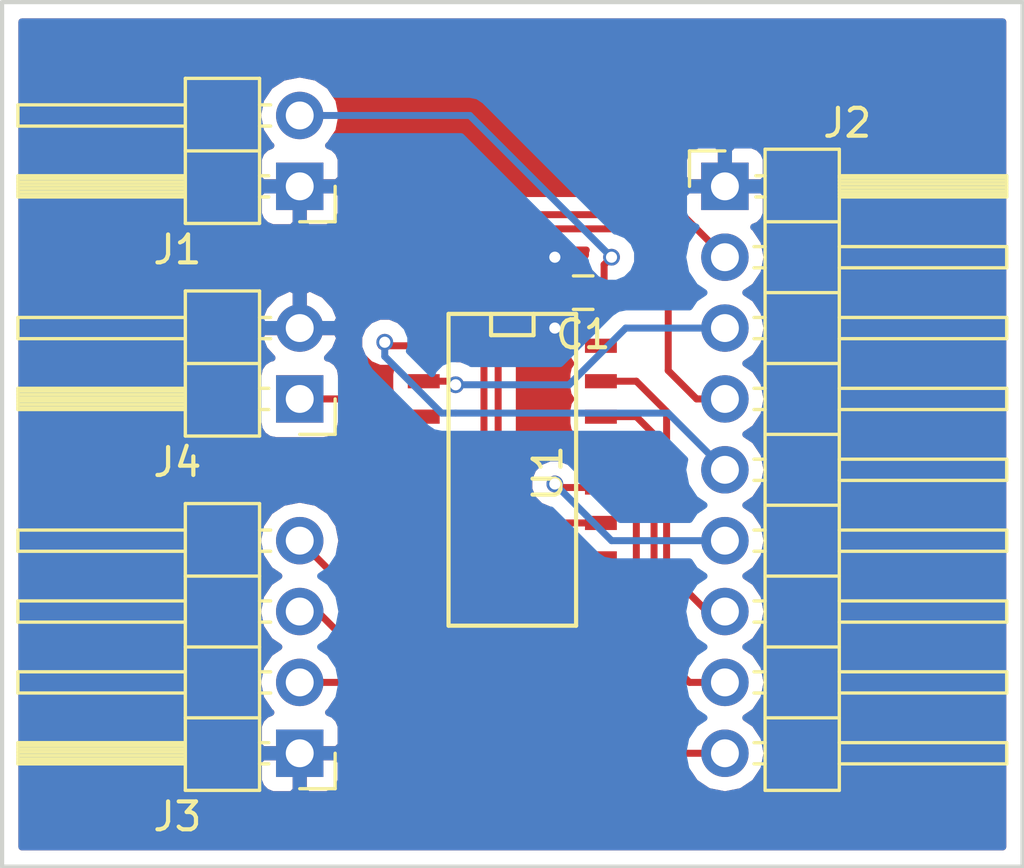
<source format=kicad_pcb>
(kicad_pcb (version 4) (host pcbnew 4.0.7)

  (general
    (links 20)
    (no_connects 1)
    (area 103.556999 69.520999 140.283001 100.659001)
    (thickness 1.6)
    (drawings 4)
    (tracks 76)
    (zones 0)
    (modules 6)
    (nets 16)
  )

  (page A4)
  (layers
    (0 F.Cu signal)
    (31 B.Cu signal)
    (32 B.Adhes user)
    (33 F.Adhes user)
    (34 B.Paste user)
    (35 F.Paste user)
    (36 B.SilkS user)
    (37 F.SilkS user)
    (38 B.Mask user)
    (39 F.Mask user)
    (40 Dwgs.User user)
    (41 Cmts.User user)
    (42 Eco1.User user)
    (43 Eco2.User user)
    (44 Edge.Cuts user)
    (45 Margin user)
    (46 B.CrtYd user)
    (47 F.CrtYd user)
    (48 B.Fab user)
    (49 F.Fab user)
  )

  (setup
    (last_trace_width 0.25)
    (trace_clearance 0.2)
    (zone_clearance 0.508)
    (zone_45_only no)
    (trace_min 0.2)
    (segment_width 0.2)
    (edge_width 0.15)
    (via_size 0.6)
    (via_drill 0.4)
    (via_min_size 0.4)
    (via_min_drill 0.3)
    (uvia_size 0.3)
    (uvia_drill 0.1)
    (uvias_allowed no)
    (uvia_min_size 0.2)
    (uvia_min_drill 0.1)
    (pcb_text_width 0.3)
    (pcb_text_size 1.5 1.5)
    (mod_edge_width 0.15)
    (mod_text_size 1 1)
    (mod_text_width 0.15)
    (pad_size 1.524 1.524)
    (pad_drill 0.762)
    (pad_to_mask_clearance 0.2)
    (aux_axis_origin 103.632 100.584)
    (grid_origin 115.824 65.024)
    (visible_elements FFFFFF7F)
    (pcbplotparams
      (layerselection 0x00030_80000001)
      (usegerberextensions false)
      (excludeedgelayer true)
      (linewidth 0.100000)
      (plotframeref false)
      (viasonmask false)
      (mode 1)
      (useauxorigin false)
      (hpglpennumber 1)
      (hpglpenspeed 20)
      (hpglpendiameter 15)
      (hpglpenoverlay 2)
      (psnegative false)
      (psa4output false)
      (plotreference true)
      (plotvalue true)
      (plotinvisibletext false)
      (padsonsilk false)
      (subtractmaskfromsilk false)
      (outputformat 1)
      (mirror false)
      (drillshape 1)
      (scaleselection 1)
      (outputdirectory ""))
  )

  (net 0 "")
  (net 1 GND)
  (net 2 "Net-(J2-Pad2)")
  (net 3 "Net-(J2-Pad3)")
  (net 4 "Net-(J2-Pad4)")
  (net 5 "Net-(J2-Pad5)")
  (net 6 "Net-(J2-Pad6)")
  (net 7 "Net-(J2-Pad7)")
  (net 8 "Net-(J2-Pad8)")
  (net 9 "Net-(J2-Pad9)")
  (net 10 "Net-(J3-Pad2)")
  (net 11 "Net-(J3-Pad3)")
  (net 12 "Net-(J3-Pad4)")
  (net 13 "Net-(J4-Pad1)")
  (net 14 VDD)
  (net 15 "Net-(U1-Pad6)")

  (net_class Default "This is the default net class."
    (clearance 0.2)
    (trace_width 0.25)
    (via_dia 0.6)
    (via_drill 0.4)
    (uvia_dia 0.3)
    (uvia_drill 0.1)
    (add_net GND)
    (add_net "Net-(J2-Pad2)")
    (add_net "Net-(J2-Pad3)")
    (add_net "Net-(J2-Pad4)")
    (add_net "Net-(J2-Pad5)")
    (add_net "Net-(J2-Pad6)")
    (add_net "Net-(J2-Pad7)")
    (add_net "Net-(J2-Pad8)")
    (add_net "Net-(J2-Pad9)")
    (add_net "Net-(J3-Pad2)")
    (add_net "Net-(J3-Pad3)")
    (add_net "Net-(J3-Pad4)")
    (add_net "Net-(J4-Pad1)")
    (add_net "Net-(U1-Pad6)")
    (add_net VDD)
  )

  (module Capacitors_SMD:C_0603 (layer F.Cu) (tedit 59958EE7) (tstamp 5A782E23)
    (at 124.46 80.01 180)
    (descr "Capacitor SMD 0603, reflow soldering, AVX (see smccp.pdf)")
    (tags "capacitor 0603")
    (path /5A782F69)
    (attr smd)
    (fp_text reference C1 (at 0 -1.5 180) (layer F.SilkS)
      (effects (font (size 1 1) (thickness 0.15)))
    )
    (fp_text value C (at 0 1.5 180) (layer F.Fab)
      (effects (font (size 1 1) (thickness 0.15)))
    )
    (fp_line (start 1.4 0.65) (end -1.4 0.65) (layer F.CrtYd) (width 0.05))
    (fp_line (start 1.4 0.65) (end 1.4 -0.65) (layer F.CrtYd) (width 0.05))
    (fp_line (start -1.4 -0.65) (end -1.4 0.65) (layer F.CrtYd) (width 0.05))
    (fp_line (start -1.4 -0.65) (end 1.4 -0.65) (layer F.CrtYd) (width 0.05))
    (fp_line (start 0.35 0.6) (end -0.35 0.6) (layer F.SilkS) (width 0.12))
    (fp_line (start -0.35 -0.6) (end 0.35 -0.6) (layer F.SilkS) (width 0.12))
    (fp_line (start -0.8 -0.4) (end 0.8 -0.4) (layer F.Fab) (width 0.1))
    (fp_line (start 0.8 -0.4) (end 0.8 0.4) (layer F.Fab) (width 0.1))
    (fp_line (start 0.8 0.4) (end -0.8 0.4) (layer F.Fab) (width 0.1))
    (fp_line (start -0.8 0.4) (end -0.8 -0.4) (layer F.Fab) (width 0.1))
    (fp_text user %R (at 0 0 180) (layer F.Fab)
      (effects (font (size 0.3 0.3) (thickness 0.075)))
    )
    (pad 2 smd rect (at 0.75 0 180) (size 0.8 0.75) (layers F.Cu F.Paste F.Mask)
      (net 1 GND))
    (pad 1 smd rect (at -0.75 0 180) (size 0.8 0.75) (layers F.Cu F.Paste F.Mask)
      (net 14 VDD))
    (model Capacitors_SMD.3dshapes/C_0603.wrl
      (at (xyz 0 0 0))
      (scale (xyz 1 1 1))
      (rotate (xyz 0 0 0))
    )
  )

  (module Pin_Headers:Pin_Header_Angled_1x02_Pitch2.54mm (layer F.Cu) (tedit 59650532) (tstamp 5A782E29)
    (at 114.3 76.2 180)
    (descr "Through hole angled pin header, 1x02, 2.54mm pitch, 6mm pin length, single row")
    (tags "Through hole angled pin header THT 1x02 2.54mm single row")
    (path /5A7831BB)
    (fp_text reference J1 (at 4.385 -2.27 180) (layer F.SilkS)
      (effects (font (size 1 1) (thickness 0.15)))
    )
    (fp_text value Conn_01x02 (at 4.385 4.81 180) (layer F.Fab)
      (effects (font (size 1 1) (thickness 0.15)))
    )
    (fp_line (start 2.135 -1.27) (end 4.04 -1.27) (layer F.Fab) (width 0.1))
    (fp_line (start 4.04 -1.27) (end 4.04 3.81) (layer F.Fab) (width 0.1))
    (fp_line (start 4.04 3.81) (end 1.5 3.81) (layer F.Fab) (width 0.1))
    (fp_line (start 1.5 3.81) (end 1.5 -0.635) (layer F.Fab) (width 0.1))
    (fp_line (start 1.5 -0.635) (end 2.135 -1.27) (layer F.Fab) (width 0.1))
    (fp_line (start -0.32 -0.32) (end 1.5 -0.32) (layer F.Fab) (width 0.1))
    (fp_line (start -0.32 -0.32) (end -0.32 0.32) (layer F.Fab) (width 0.1))
    (fp_line (start -0.32 0.32) (end 1.5 0.32) (layer F.Fab) (width 0.1))
    (fp_line (start 4.04 -0.32) (end 10.04 -0.32) (layer F.Fab) (width 0.1))
    (fp_line (start 10.04 -0.32) (end 10.04 0.32) (layer F.Fab) (width 0.1))
    (fp_line (start 4.04 0.32) (end 10.04 0.32) (layer F.Fab) (width 0.1))
    (fp_line (start -0.32 2.22) (end 1.5 2.22) (layer F.Fab) (width 0.1))
    (fp_line (start -0.32 2.22) (end -0.32 2.86) (layer F.Fab) (width 0.1))
    (fp_line (start -0.32 2.86) (end 1.5 2.86) (layer F.Fab) (width 0.1))
    (fp_line (start 4.04 2.22) (end 10.04 2.22) (layer F.Fab) (width 0.1))
    (fp_line (start 10.04 2.22) (end 10.04 2.86) (layer F.Fab) (width 0.1))
    (fp_line (start 4.04 2.86) (end 10.04 2.86) (layer F.Fab) (width 0.1))
    (fp_line (start 1.44 -1.33) (end 1.44 3.87) (layer F.SilkS) (width 0.12))
    (fp_line (start 1.44 3.87) (end 4.1 3.87) (layer F.SilkS) (width 0.12))
    (fp_line (start 4.1 3.87) (end 4.1 -1.33) (layer F.SilkS) (width 0.12))
    (fp_line (start 4.1 -1.33) (end 1.44 -1.33) (layer F.SilkS) (width 0.12))
    (fp_line (start 4.1 -0.38) (end 10.1 -0.38) (layer F.SilkS) (width 0.12))
    (fp_line (start 10.1 -0.38) (end 10.1 0.38) (layer F.SilkS) (width 0.12))
    (fp_line (start 10.1 0.38) (end 4.1 0.38) (layer F.SilkS) (width 0.12))
    (fp_line (start 4.1 -0.32) (end 10.1 -0.32) (layer F.SilkS) (width 0.12))
    (fp_line (start 4.1 -0.2) (end 10.1 -0.2) (layer F.SilkS) (width 0.12))
    (fp_line (start 4.1 -0.08) (end 10.1 -0.08) (layer F.SilkS) (width 0.12))
    (fp_line (start 4.1 0.04) (end 10.1 0.04) (layer F.SilkS) (width 0.12))
    (fp_line (start 4.1 0.16) (end 10.1 0.16) (layer F.SilkS) (width 0.12))
    (fp_line (start 4.1 0.28) (end 10.1 0.28) (layer F.SilkS) (width 0.12))
    (fp_line (start 1.11 -0.38) (end 1.44 -0.38) (layer F.SilkS) (width 0.12))
    (fp_line (start 1.11 0.38) (end 1.44 0.38) (layer F.SilkS) (width 0.12))
    (fp_line (start 1.44 1.27) (end 4.1 1.27) (layer F.SilkS) (width 0.12))
    (fp_line (start 4.1 2.16) (end 10.1 2.16) (layer F.SilkS) (width 0.12))
    (fp_line (start 10.1 2.16) (end 10.1 2.92) (layer F.SilkS) (width 0.12))
    (fp_line (start 10.1 2.92) (end 4.1 2.92) (layer F.SilkS) (width 0.12))
    (fp_line (start 1.042929 2.16) (end 1.44 2.16) (layer F.SilkS) (width 0.12))
    (fp_line (start 1.042929 2.92) (end 1.44 2.92) (layer F.SilkS) (width 0.12))
    (fp_line (start -1.27 0) (end -1.27 -1.27) (layer F.SilkS) (width 0.12))
    (fp_line (start -1.27 -1.27) (end 0 -1.27) (layer F.SilkS) (width 0.12))
    (fp_line (start -1.8 -1.8) (end -1.8 4.35) (layer F.CrtYd) (width 0.05))
    (fp_line (start -1.8 4.35) (end 10.55 4.35) (layer F.CrtYd) (width 0.05))
    (fp_line (start 10.55 4.35) (end 10.55 -1.8) (layer F.CrtYd) (width 0.05))
    (fp_line (start 10.55 -1.8) (end -1.8 -1.8) (layer F.CrtYd) (width 0.05))
    (fp_text user %R (at 2.77 1.27 270) (layer F.Fab)
      (effects (font (size 1 1) (thickness 0.15)))
    )
    (pad 1 thru_hole rect (at 0 0 180) (size 1.7 1.7) (drill 1) (layers *.Cu *.Mask)
      (net 1 GND))
    (pad 2 thru_hole oval (at 0 2.54 180) (size 1.7 1.7) (drill 1) (layers *.Cu *.Mask)
      (net 14 VDD))
    (model ${KISYS3DMOD}/Pin_Headers.3dshapes/Pin_Header_Angled_1x02_Pitch2.54mm.wrl
      (at (xyz 0 0 0))
      (scale (xyz 1 1 1))
      (rotate (xyz 0 0 0))
    )
  )

  (module Pin_Headers:Pin_Header_Angled_1x09_Pitch2.54mm (layer F.Cu) (tedit 59650532) (tstamp 5A782E36)
    (at 129.54 76.2)
    (descr "Through hole angled pin header, 1x09, 2.54mm pitch, 6mm pin length, single row")
    (tags "Through hole angled pin header THT 1x09 2.54mm single row")
    (path /5A782C1E)
    (fp_text reference J2 (at 4.385 -2.27) (layer F.SilkS)
      (effects (font (size 1 1) (thickness 0.15)))
    )
    (fp_text value Conn_01x09 (at 4.385 22.59) (layer F.Fab)
      (effects (font (size 1 1) (thickness 0.15)))
    )
    (fp_line (start 2.135 -1.27) (end 4.04 -1.27) (layer F.Fab) (width 0.1))
    (fp_line (start 4.04 -1.27) (end 4.04 21.59) (layer F.Fab) (width 0.1))
    (fp_line (start 4.04 21.59) (end 1.5 21.59) (layer F.Fab) (width 0.1))
    (fp_line (start 1.5 21.59) (end 1.5 -0.635) (layer F.Fab) (width 0.1))
    (fp_line (start 1.5 -0.635) (end 2.135 -1.27) (layer F.Fab) (width 0.1))
    (fp_line (start -0.32 -0.32) (end 1.5 -0.32) (layer F.Fab) (width 0.1))
    (fp_line (start -0.32 -0.32) (end -0.32 0.32) (layer F.Fab) (width 0.1))
    (fp_line (start -0.32 0.32) (end 1.5 0.32) (layer F.Fab) (width 0.1))
    (fp_line (start 4.04 -0.32) (end 10.04 -0.32) (layer F.Fab) (width 0.1))
    (fp_line (start 10.04 -0.32) (end 10.04 0.32) (layer F.Fab) (width 0.1))
    (fp_line (start 4.04 0.32) (end 10.04 0.32) (layer F.Fab) (width 0.1))
    (fp_line (start -0.32 2.22) (end 1.5 2.22) (layer F.Fab) (width 0.1))
    (fp_line (start -0.32 2.22) (end -0.32 2.86) (layer F.Fab) (width 0.1))
    (fp_line (start -0.32 2.86) (end 1.5 2.86) (layer F.Fab) (width 0.1))
    (fp_line (start 4.04 2.22) (end 10.04 2.22) (layer F.Fab) (width 0.1))
    (fp_line (start 10.04 2.22) (end 10.04 2.86) (layer F.Fab) (width 0.1))
    (fp_line (start 4.04 2.86) (end 10.04 2.86) (layer F.Fab) (width 0.1))
    (fp_line (start -0.32 4.76) (end 1.5 4.76) (layer F.Fab) (width 0.1))
    (fp_line (start -0.32 4.76) (end -0.32 5.4) (layer F.Fab) (width 0.1))
    (fp_line (start -0.32 5.4) (end 1.5 5.4) (layer F.Fab) (width 0.1))
    (fp_line (start 4.04 4.76) (end 10.04 4.76) (layer F.Fab) (width 0.1))
    (fp_line (start 10.04 4.76) (end 10.04 5.4) (layer F.Fab) (width 0.1))
    (fp_line (start 4.04 5.4) (end 10.04 5.4) (layer F.Fab) (width 0.1))
    (fp_line (start -0.32 7.3) (end 1.5 7.3) (layer F.Fab) (width 0.1))
    (fp_line (start -0.32 7.3) (end -0.32 7.94) (layer F.Fab) (width 0.1))
    (fp_line (start -0.32 7.94) (end 1.5 7.94) (layer F.Fab) (width 0.1))
    (fp_line (start 4.04 7.3) (end 10.04 7.3) (layer F.Fab) (width 0.1))
    (fp_line (start 10.04 7.3) (end 10.04 7.94) (layer F.Fab) (width 0.1))
    (fp_line (start 4.04 7.94) (end 10.04 7.94) (layer F.Fab) (width 0.1))
    (fp_line (start -0.32 9.84) (end 1.5 9.84) (layer F.Fab) (width 0.1))
    (fp_line (start -0.32 9.84) (end -0.32 10.48) (layer F.Fab) (width 0.1))
    (fp_line (start -0.32 10.48) (end 1.5 10.48) (layer F.Fab) (width 0.1))
    (fp_line (start 4.04 9.84) (end 10.04 9.84) (layer F.Fab) (width 0.1))
    (fp_line (start 10.04 9.84) (end 10.04 10.48) (layer F.Fab) (width 0.1))
    (fp_line (start 4.04 10.48) (end 10.04 10.48) (layer F.Fab) (width 0.1))
    (fp_line (start -0.32 12.38) (end 1.5 12.38) (layer F.Fab) (width 0.1))
    (fp_line (start -0.32 12.38) (end -0.32 13.02) (layer F.Fab) (width 0.1))
    (fp_line (start -0.32 13.02) (end 1.5 13.02) (layer F.Fab) (width 0.1))
    (fp_line (start 4.04 12.38) (end 10.04 12.38) (layer F.Fab) (width 0.1))
    (fp_line (start 10.04 12.38) (end 10.04 13.02) (layer F.Fab) (width 0.1))
    (fp_line (start 4.04 13.02) (end 10.04 13.02) (layer F.Fab) (width 0.1))
    (fp_line (start -0.32 14.92) (end 1.5 14.92) (layer F.Fab) (width 0.1))
    (fp_line (start -0.32 14.92) (end -0.32 15.56) (layer F.Fab) (width 0.1))
    (fp_line (start -0.32 15.56) (end 1.5 15.56) (layer F.Fab) (width 0.1))
    (fp_line (start 4.04 14.92) (end 10.04 14.92) (layer F.Fab) (width 0.1))
    (fp_line (start 10.04 14.92) (end 10.04 15.56) (layer F.Fab) (width 0.1))
    (fp_line (start 4.04 15.56) (end 10.04 15.56) (layer F.Fab) (width 0.1))
    (fp_line (start -0.32 17.46) (end 1.5 17.46) (layer F.Fab) (width 0.1))
    (fp_line (start -0.32 17.46) (end -0.32 18.1) (layer F.Fab) (width 0.1))
    (fp_line (start -0.32 18.1) (end 1.5 18.1) (layer F.Fab) (width 0.1))
    (fp_line (start 4.04 17.46) (end 10.04 17.46) (layer F.Fab) (width 0.1))
    (fp_line (start 10.04 17.46) (end 10.04 18.1) (layer F.Fab) (width 0.1))
    (fp_line (start 4.04 18.1) (end 10.04 18.1) (layer F.Fab) (width 0.1))
    (fp_line (start -0.32 20) (end 1.5 20) (layer F.Fab) (width 0.1))
    (fp_line (start -0.32 20) (end -0.32 20.64) (layer F.Fab) (width 0.1))
    (fp_line (start -0.32 20.64) (end 1.5 20.64) (layer F.Fab) (width 0.1))
    (fp_line (start 4.04 20) (end 10.04 20) (layer F.Fab) (width 0.1))
    (fp_line (start 10.04 20) (end 10.04 20.64) (layer F.Fab) (width 0.1))
    (fp_line (start 4.04 20.64) (end 10.04 20.64) (layer F.Fab) (width 0.1))
    (fp_line (start 1.44 -1.33) (end 1.44 21.65) (layer F.SilkS) (width 0.12))
    (fp_line (start 1.44 21.65) (end 4.1 21.65) (layer F.SilkS) (width 0.12))
    (fp_line (start 4.1 21.65) (end 4.1 -1.33) (layer F.SilkS) (width 0.12))
    (fp_line (start 4.1 -1.33) (end 1.44 -1.33) (layer F.SilkS) (width 0.12))
    (fp_line (start 4.1 -0.38) (end 10.1 -0.38) (layer F.SilkS) (width 0.12))
    (fp_line (start 10.1 -0.38) (end 10.1 0.38) (layer F.SilkS) (width 0.12))
    (fp_line (start 10.1 0.38) (end 4.1 0.38) (layer F.SilkS) (width 0.12))
    (fp_line (start 4.1 -0.32) (end 10.1 -0.32) (layer F.SilkS) (width 0.12))
    (fp_line (start 4.1 -0.2) (end 10.1 -0.2) (layer F.SilkS) (width 0.12))
    (fp_line (start 4.1 -0.08) (end 10.1 -0.08) (layer F.SilkS) (width 0.12))
    (fp_line (start 4.1 0.04) (end 10.1 0.04) (layer F.SilkS) (width 0.12))
    (fp_line (start 4.1 0.16) (end 10.1 0.16) (layer F.SilkS) (width 0.12))
    (fp_line (start 4.1 0.28) (end 10.1 0.28) (layer F.SilkS) (width 0.12))
    (fp_line (start 1.11 -0.38) (end 1.44 -0.38) (layer F.SilkS) (width 0.12))
    (fp_line (start 1.11 0.38) (end 1.44 0.38) (layer F.SilkS) (width 0.12))
    (fp_line (start 1.44 1.27) (end 4.1 1.27) (layer F.SilkS) (width 0.12))
    (fp_line (start 4.1 2.16) (end 10.1 2.16) (layer F.SilkS) (width 0.12))
    (fp_line (start 10.1 2.16) (end 10.1 2.92) (layer F.SilkS) (width 0.12))
    (fp_line (start 10.1 2.92) (end 4.1 2.92) (layer F.SilkS) (width 0.12))
    (fp_line (start 1.042929 2.16) (end 1.44 2.16) (layer F.SilkS) (width 0.12))
    (fp_line (start 1.042929 2.92) (end 1.44 2.92) (layer F.SilkS) (width 0.12))
    (fp_line (start 1.44 3.81) (end 4.1 3.81) (layer F.SilkS) (width 0.12))
    (fp_line (start 4.1 4.7) (end 10.1 4.7) (layer F.SilkS) (width 0.12))
    (fp_line (start 10.1 4.7) (end 10.1 5.46) (layer F.SilkS) (width 0.12))
    (fp_line (start 10.1 5.46) (end 4.1 5.46) (layer F.SilkS) (width 0.12))
    (fp_line (start 1.042929 4.7) (end 1.44 4.7) (layer F.SilkS) (width 0.12))
    (fp_line (start 1.042929 5.46) (end 1.44 5.46) (layer F.SilkS) (width 0.12))
    (fp_line (start 1.44 6.35) (end 4.1 6.35) (layer F.SilkS) (width 0.12))
    (fp_line (start 4.1 7.24) (end 10.1 7.24) (layer F.SilkS) (width 0.12))
    (fp_line (start 10.1 7.24) (end 10.1 8) (layer F.SilkS) (width 0.12))
    (fp_line (start 10.1 8) (end 4.1 8) (layer F.SilkS) (width 0.12))
    (fp_line (start 1.042929 7.24) (end 1.44 7.24) (layer F.SilkS) (width 0.12))
    (fp_line (start 1.042929 8) (end 1.44 8) (layer F.SilkS) (width 0.12))
    (fp_line (start 1.44 8.89) (end 4.1 8.89) (layer F.SilkS) (width 0.12))
    (fp_line (start 4.1 9.78) (end 10.1 9.78) (layer F.SilkS) (width 0.12))
    (fp_line (start 10.1 9.78) (end 10.1 10.54) (layer F.SilkS) (width 0.12))
    (fp_line (start 10.1 10.54) (end 4.1 10.54) (layer F.SilkS) (width 0.12))
    (fp_line (start 1.042929 9.78) (end 1.44 9.78) (layer F.SilkS) (width 0.12))
    (fp_line (start 1.042929 10.54) (end 1.44 10.54) (layer F.SilkS) (width 0.12))
    (fp_line (start 1.44 11.43) (end 4.1 11.43) (layer F.SilkS) (width 0.12))
    (fp_line (start 4.1 12.32) (end 10.1 12.32) (layer F.SilkS) (width 0.12))
    (fp_line (start 10.1 12.32) (end 10.1 13.08) (layer F.SilkS) (width 0.12))
    (fp_line (start 10.1 13.08) (end 4.1 13.08) (layer F.SilkS) (width 0.12))
    (fp_line (start 1.042929 12.32) (end 1.44 12.32) (layer F.SilkS) (width 0.12))
    (fp_line (start 1.042929 13.08) (end 1.44 13.08) (layer F.SilkS) (width 0.12))
    (fp_line (start 1.44 13.97) (end 4.1 13.97) (layer F.SilkS) (width 0.12))
    (fp_line (start 4.1 14.86) (end 10.1 14.86) (layer F.SilkS) (width 0.12))
    (fp_line (start 10.1 14.86) (end 10.1 15.62) (layer F.SilkS) (width 0.12))
    (fp_line (start 10.1 15.62) (end 4.1 15.62) (layer F.SilkS) (width 0.12))
    (fp_line (start 1.042929 14.86) (end 1.44 14.86) (layer F.SilkS) (width 0.12))
    (fp_line (start 1.042929 15.62) (end 1.44 15.62) (layer F.SilkS) (width 0.12))
    (fp_line (start 1.44 16.51) (end 4.1 16.51) (layer F.SilkS) (width 0.12))
    (fp_line (start 4.1 17.4) (end 10.1 17.4) (layer F.SilkS) (width 0.12))
    (fp_line (start 10.1 17.4) (end 10.1 18.16) (layer F.SilkS) (width 0.12))
    (fp_line (start 10.1 18.16) (end 4.1 18.16) (layer F.SilkS) (width 0.12))
    (fp_line (start 1.042929 17.4) (end 1.44 17.4) (layer F.SilkS) (width 0.12))
    (fp_line (start 1.042929 18.16) (end 1.44 18.16) (layer F.SilkS) (width 0.12))
    (fp_line (start 1.44 19.05) (end 4.1 19.05) (layer F.SilkS) (width 0.12))
    (fp_line (start 4.1 19.94) (end 10.1 19.94) (layer F.SilkS) (width 0.12))
    (fp_line (start 10.1 19.94) (end 10.1 20.7) (layer F.SilkS) (width 0.12))
    (fp_line (start 10.1 20.7) (end 4.1 20.7) (layer F.SilkS) (width 0.12))
    (fp_line (start 1.042929 19.94) (end 1.44 19.94) (layer F.SilkS) (width 0.12))
    (fp_line (start 1.042929 20.7) (end 1.44 20.7) (layer F.SilkS) (width 0.12))
    (fp_line (start -1.27 0) (end -1.27 -1.27) (layer F.SilkS) (width 0.12))
    (fp_line (start -1.27 -1.27) (end 0 -1.27) (layer F.SilkS) (width 0.12))
    (fp_line (start -1.8 -1.8) (end -1.8 22.1) (layer F.CrtYd) (width 0.05))
    (fp_line (start -1.8 22.1) (end 10.55 22.1) (layer F.CrtYd) (width 0.05))
    (fp_line (start 10.55 22.1) (end 10.55 -1.8) (layer F.CrtYd) (width 0.05))
    (fp_line (start 10.55 -1.8) (end -1.8 -1.8) (layer F.CrtYd) (width 0.05))
    (fp_text user %R (at 2.77 10.16 90) (layer F.Fab)
      (effects (font (size 1 1) (thickness 0.15)))
    )
    (pad 1 thru_hole rect (at 0 0) (size 1.7 1.7) (drill 1) (layers *.Cu *.Mask)
      (net 1 GND))
    (pad 2 thru_hole oval (at 0 2.54) (size 1.7 1.7) (drill 1) (layers *.Cu *.Mask)
      (net 2 "Net-(J2-Pad2)"))
    (pad 3 thru_hole oval (at 0 5.08) (size 1.7 1.7) (drill 1) (layers *.Cu *.Mask)
      (net 3 "Net-(J2-Pad3)"))
    (pad 4 thru_hole oval (at 0 7.62) (size 1.7 1.7) (drill 1) (layers *.Cu *.Mask)
      (net 4 "Net-(J2-Pad4)"))
    (pad 5 thru_hole oval (at 0 10.16) (size 1.7 1.7) (drill 1) (layers *.Cu *.Mask)
      (net 5 "Net-(J2-Pad5)"))
    (pad 6 thru_hole oval (at 0 12.7) (size 1.7 1.7) (drill 1) (layers *.Cu *.Mask)
      (net 6 "Net-(J2-Pad6)"))
    (pad 7 thru_hole oval (at 0 15.24) (size 1.7 1.7) (drill 1) (layers *.Cu *.Mask)
      (net 7 "Net-(J2-Pad7)"))
    (pad 8 thru_hole oval (at 0 17.78) (size 1.7 1.7) (drill 1) (layers *.Cu *.Mask)
      (net 8 "Net-(J2-Pad8)"))
    (pad 9 thru_hole oval (at 0 20.32) (size 1.7 1.7) (drill 1) (layers *.Cu *.Mask)
      (net 9 "Net-(J2-Pad9)"))
    (model ${KISYS3DMOD}/Pin_Headers.3dshapes/Pin_Header_Angled_1x09_Pitch2.54mm.wrl
      (at (xyz 0 0 0))
      (scale (xyz 1 1 1))
      (rotate (xyz 0 0 0))
    )
  )

  (module Pin_Headers:Pin_Header_Angled_1x04_Pitch2.54mm (layer F.Cu) (tedit 59650532) (tstamp 5A782E3E)
    (at 114.3 96.52 180)
    (descr "Through hole angled pin header, 1x04, 2.54mm pitch, 6mm pin length, single row")
    (tags "Through hole angled pin header THT 1x04 2.54mm single row")
    (path /5A782C89)
    (fp_text reference J3 (at 4.385 -2.27 180) (layer F.SilkS)
      (effects (font (size 1 1) (thickness 0.15)))
    )
    (fp_text value Conn_01x04 (at 4.385 9.89 180) (layer F.Fab)
      (effects (font (size 1 1) (thickness 0.15)))
    )
    (fp_line (start 2.135 -1.27) (end 4.04 -1.27) (layer F.Fab) (width 0.1))
    (fp_line (start 4.04 -1.27) (end 4.04 8.89) (layer F.Fab) (width 0.1))
    (fp_line (start 4.04 8.89) (end 1.5 8.89) (layer F.Fab) (width 0.1))
    (fp_line (start 1.5 8.89) (end 1.5 -0.635) (layer F.Fab) (width 0.1))
    (fp_line (start 1.5 -0.635) (end 2.135 -1.27) (layer F.Fab) (width 0.1))
    (fp_line (start -0.32 -0.32) (end 1.5 -0.32) (layer F.Fab) (width 0.1))
    (fp_line (start -0.32 -0.32) (end -0.32 0.32) (layer F.Fab) (width 0.1))
    (fp_line (start -0.32 0.32) (end 1.5 0.32) (layer F.Fab) (width 0.1))
    (fp_line (start 4.04 -0.32) (end 10.04 -0.32) (layer F.Fab) (width 0.1))
    (fp_line (start 10.04 -0.32) (end 10.04 0.32) (layer F.Fab) (width 0.1))
    (fp_line (start 4.04 0.32) (end 10.04 0.32) (layer F.Fab) (width 0.1))
    (fp_line (start -0.32 2.22) (end 1.5 2.22) (layer F.Fab) (width 0.1))
    (fp_line (start -0.32 2.22) (end -0.32 2.86) (layer F.Fab) (width 0.1))
    (fp_line (start -0.32 2.86) (end 1.5 2.86) (layer F.Fab) (width 0.1))
    (fp_line (start 4.04 2.22) (end 10.04 2.22) (layer F.Fab) (width 0.1))
    (fp_line (start 10.04 2.22) (end 10.04 2.86) (layer F.Fab) (width 0.1))
    (fp_line (start 4.04 2.86) (end 10.04 2.86) (layer F.Fab) (width 0.1))
    (fp_line (start -0.32 4.76) (end 1.5 4.76) (layer F.Fab) (width 0.1))
    (fp_line (start -0.32 4.76) (end -0.32 5.4) (layer F.Fab) (width 0.1))
    (fp_line (start -0.32 5.4) (end 1.5 5.4) (layer F.Fab) (width 0.1))
    (fp_line (start 4.04 4.76) (end 10.04 4.76) (layer F.Fab) (width 0.1))
    (fp_line (start 10.04 4.76) (end 10.04 5.4) (layer F.Fab) (width 0.1))
    (fp_line (start 4.04 5.4) (end 10.04 5.4) (layer F.Fab) (width 0.1))
    (fp_line (start -0.32 7.3) (end 1.5 7.3) (layer F.Fab) (width 0.1))
    (fp_line (start -0.32 7.3) (end -0.32 7.94) (layer F.Fab) (width 0.1))
    (fp_line (start -0.32 7.94) (end 1.5 7.94) (layer F.Fab) (width 0.1))
    (fp_line (start 4.04 7.3) (end 10.04 7.3) (layer F.Fab) (width 0.1))
    (fp_line (start 10.04 7.3) (end 10.04 7.94) (layer F.Fab) (width 0.1))
    (fp_line (start 4.04 7.94) (end 10.04 7.94) (layer F.Fab) (width 0.1))
    (fp_line (start 1.44 -1.33) (end 1.44 8.95) (layer F.SilkS) (width 0.12))
    (fp_line (start 1.44 8.95) (end 4.1 8.95) (layer F.SilkS) (width 0.12))
    (fp_line (start 4.1 8.95) (end 4.1 -1.33) (layer F.SilkS) (width 0.12))
    (fp_line (start 4.1 -1.33) (end 1.44 -1.33) (layer F.SilkS) (width 0.12))
    (fp_line (start 4.1 -0.38) (end 10.1 -0.38) (layer F.SilkS) (width 0.12))
    (fp_line (start 10.1 -0.38) (end 10.1 0.38) (layer F.SilkS) (width 0.12))
    (fp_line (start 10.1 0.38) (end 4.1 0.38) (layer F.SilkS) (width 0.12))
    (fp_line (start 4.1 -0.32) (end 10.1 -0.32) (layer F.SilkS) (width 0.12))
    (fp_line (start 4.1 -0.2) (end 10.1 -0.2) (layer F.SilkS) (width 0.12))
    (fp_line (start 4.1 -0.08) (end 10.1 -0.08) (layer F.SilkS) (width 0.12))
    (fp_line (start 4.1 0.04) (end 10.1 0.04) (layer F.SilkS) (width 0.12))
    (fp_line (start 4.1 0.16) (end 10.1 0.16) (layer F.SilkS) (width 0.12))
    (fp_line (start 4.1 0.28) (end 10.1 0.28) (layer F.SilkS) (width 0.12))
    (fp_line (start 1.11 -0.38) (end 1.44 -0.38) (layer F.SilkS) (width 0.12))
    (fp_line (start 1.11 0.38) (end 1.44 0.38) (layer F.SilkS) (width 0.12))
    (fp_line (start 1.44 1.27) (end 4.1 1.27) (layer F.SilkS) (width 0.12))
    (fp_line (start 4.1 2.16) (end 10.1 2.16) (layer F.SilkS) (width 0.12))
    (fp_line (start 10.1 2.16) (end 10.1 2.92) (layer F.SilkS) (width 0.12))
    (fp_line (start 10.1 2.92) (end 4.1 2.92) (layer F.SilkS) (width 0.12))
    (fp_line (start 1.042929 2.16) (end 1.44 2.16) (layer F.SilkS) (width 0.12))
    (fp_line (start 1.042929 2.92) (end 1.44 2.92) (layer F.SilkS) (width 0.12))
    (fp_line (start 1.44 3.81) (end 4.1 3.81) (layer F.SilkS) (width 0.12))
    (fp_line (start 4.1 4.7) (end 10.1 4.7) (layer F.SilkS) (width 0.12))
    (fp_line (start 10.1 4.7) (end 10.1 5.46) (layer F.SilkS) (width 0.12))
    (fp_line (start 10.1 5.46) (end 4.1 5.46) (layer F.SilkS) (width 0.12))
    (fp_line (start 1.042929 4.7) (end 1.44 4.7) (layer F.SilkS) (width 0.12))
    (fp_line (start 1.042929 5.46) (end 1.44 5.46) (layer F.SilkS) (width 0.12))
    (fp_line (start 1.44 6.35) (end 4.1 6.35) (layer F.SilkS) (width 0.12))
    (fp_line (start 4.1 7.24) (end 10.1 7.24) (layer F.SilkS) (width 0.12))
    (fp_line (start 10.1 7.24) (end 10.1 8) (layer F.SilkS) (width 0.12))
    (fp_line (start 10.1 8) (end 4.1 8) (layer F.SilkS) (width 0.12))
    (fp_line (start 1.042929 7.24) (end 1.44 7.24) (layer F.SilkS) (width 0.12))
    (fp_line (start 1.042929 8) (end 1.44 8) (layer F.SilkS) (width 0.12))
    (fp_line (start -1.27 0) (end -1.27 -1.27) (layer F.SilkS) (width 0.12))
    (fp_line (start -1.27 -1.27) (end 0 -1.27) (layer F.SilkS) (width 0.12))
    (fp_line (start -1.8 -1.8) (end -1.8 9.4) (layer F.CrtYd) (width 0.05))
    (fp_line (start -1.8 9.4) (end 10.55 9.4) (layer F.CrtYd) (width 0.05))
    (fp_line (start 10.55 9.4) (end 10.55 -1.8) (layer F.CrtYd) (width 0.05))
    (fp_line (start 10.55 -1.8) (end -1.8 -1.8) (layer F.CrtYd) (width 0.05))
    (fp_text user %R (at 2.77 3.81 270) (layer F.Fab)
      (effects (font (size 1 1) (thickness 0.15)))
    )
    (pad 1 thru_hole rect (at 0 0 180) (size 1.7 1.7) (drill 1) (layers *.Cu *.Mask)
      (net 1 GND))
    (pad 2 thru_hole oval (at 0 2.54 180) (size 1.7 1.7) (drill 1) (layers *.Cu *.Mask)
      (net 10 "Net-(J3-Pad2)"))
    (pad 3 thru_hole oval (at 0 5.08 180) (size 1.7 1.7) (drill 1) (layers *.Cu *.Mask)
      (net 11 "Net-(J3-Pad3)"))
    (pad 4 thru_hole oval (at 0 7.62 180) (size 1.7 1.7) (drill 1) (layers *.Cu *.Mask)
      (net 12 "Net-(J3-Pad4)"))
    (model ${KISYS3DMOD}/Pin_Headers.3dshapes/Pin_Header_Angled_1x04_Pitch2.54mm.wrl
      (at (xyz 0 0 0))
      (scale (xyz 1 1 1))
      (rotate (xyz 0 0 0))
    )
  )

  (module Pin_Headers:Pin_Header_Angled_1x02_Pitch2.54mm (layer F.Cu) (tedit 59650532) (tstamp 5A782E44)
    (at 114.3 83.82 180)
    (descr "Through hole angled pin header, 1x02, 2.54mm pitch, 6mm pin length, single row")
    (tags "Through hole angled pin header THT 1x02 2.54mm single row")
    (path /5A7830B3)
    (fp_text reference J4 (at 4.385 -2.27 180) (layer F.SilkS)
      (effects (font (size 1 1) (thickness 0.15)))
    )
    (fp_text value Conn_01x02 (at 4.385 4.81 180) (layer F.Fab)
      (effects (font (size 1 1) (thickness 0.15)))
    )
    (fp_line (start 2.135 -1.27) (end 4.04 -1.27) (layer F.Fab) (width 0.1))
    (fp_line (start 4.04 -1.27) (end 4.04 3.81) (layer F.Fab) (width 0.1))
    (fp_line (start 4.04 3.81) (end 1.5 3.81) (layer F.Fab) (width 0.1))
    (fp_line (start 1.5 3.81) (end 1.5 -0.635) (layer F.Fab) (width 0.1))
    (fp_line (start 1.5 -0.635) (end 2.135 -1.27) (layer F.Fab) (width 0.1))
    (fp_line (start -0.32 -0.32) (end 1.5 -0.32) (layer F.Fab) (width 0.1))
    (fp_line (start -0.32 -0.32) (end -0.32 0.32) (layer F.Fab) (width 0.1))
    (fp_line (start -0.32 0.32) (end 1.5 0.32) (layer F.Fab) (width 0.1))
    (fp_line (start 4.04 -0.32) (end 10.04 -0.32) (layer F.Fab) (width 0.1))
    (fp_line (start 10.04 -0.32) (end 10.04 0.32) (layer F.Fab) (width 0.1))
    (fp_line (start 4.04 0.32) (end 10.04 0.32) (layer F.Fab) (width 0.1))
    (fp_line (start -0.32 2.22) (end 1.5 2.22) (layer F.Fab) (width 0.1))
    (fp_line (start -0.32 2.22) (end -0.32 2.86) (layer F.Fab) (width 0.1))
    (fp_line (start -0.32 2.86) (end 1.5 2.86) (layer F.Fab) (width 0.1))
    (fp_line (start 4.04 2.22) (end 10.04 2.22) (layer F.Fab) (width 0.1))
    (fp_line (start 10.04 2.22) (end 10.04 2.86) (layer F.Fab) (width 0.1))
    (fp_line (start 4.04 2.86) (end 10.04 2.86) (layer F.Fab) (width 0.1))
    (fp_line (start 1.44 -1.33) (end 1.44 3.87) (layer F.SilkS) (width 0.12))
    (fp_line (start 1.44 3.87) (end 4.1 3.87) (layer F.SilkS) (width 0.12))
    (fp_line (start 4.1 3.87) (end 4.1 -1.33) (layer F.SilkS) (width 0.12))
    (fp_line (start 4.1 -1.33) (end 1.44 -1.33) (layer F.SilkS) (width 0.12))
    (fp_line (start 4.1 -0.38) (end 10.1 -0.38) (layer F.SilkS) (width 0.12))
    (fp_line (start 10.1 -0.38) (end 10.1 0.38) (layer F.SilkS) (width 0.12))
    (fp_line (start 10.1 0.38) (end 4.1 0.38) (layer F.SilkS) (width 0.12))
    (fp_line (start 4.1 -0.32) (end 10.1 -0.32) (layer F.SilkS) (width 0.12))
    (fp_line (start 4.1 -0.2) (end 10.1 -0.2) (layer F.SilkS) (width 0.12))
    (fp_line (start 4.1 -0.08) (end 10.1 -0.08) (layer F.SilkS) (width 0.12))
    (fp_line (start 4.1 0.04) (end 10.1 0.04) (layer F.SilkS) (width 0.12))
    (fp_line (start 4.1 0.16) (end 10.1 0.16) (layer F.SilkS) (width 0.12))
    (fp_line (start 4.1 0.28) (end 10.1 0.28) (layer F.SilkS) (width 0.12))
    (fp_line (start 1.11 -0.38) (end 1.44 -0.38) (layer F.SilkS) (width 0.12))
    (fp_line (start 1.11 0.38) (end 1.44 0.38) (layer F.SilkS) (width 0.12))
    (fp_line (start 1.44 1.27) (end 4.1 1.27) (layer F.SilkS) (width 0.12))
    (fp_line (start 4.1 2.16) (end 10.1 2.16) (layer F.SilkS) (width 0.12))
    (fp_line (start 10.1 2.16) (end 10.1 2.92) (layer F.SilkS) (width 0.12))
    (fp_line (start 10.1 2.92) (end 4.1 2.92) (layer F.SilkS) (width 0.12))
    (fp_line (start 1.042929 2.16) (end 1.44 2.16) (layer F.SilkS) (width 0.12))
    (fp_line (start 1.042929 2.92) (end 1.44 2.92) (layer F.SilkS) (width 0.12))
    (fp_line (start -1.27 0) (end -1.27 -1.27) (layer F.SilkS) (width 0.12))
    (fp_line (start -1.27 -1.27) (end 0 -1.27) (layer F.SilkS) (width 0.12))
    (fp_line (start -1.8 -1.8) (end -1.8 4.35) (layer F.CrtYd) (width 0.05))
    (fp_line (start -1.8 4.35) (end 10.55 4.35) (layer F.CrtYd) (width 0.05))
    (fp_line (start 10.55 4.35) (end 10.55 -1.8) (layer F.CrtYd) (width 0.05))
    (fp_line (start 10.55 -1.8) (end -1.8 -1.8) (layer F.CrtYd) (width 0.05))
    (fp_text user %R (at 2.77 1.27 270) (layer F.Fab)
      (effects (font (size 1 1) (thickness 0.15)))
    )
    (pad 1 thru_hole rect (at 0 0 180) (size 1.7 1.7) (drill 1) (layers *.Cu *.Mask)
      (net 13 "Net-(J4-Pad1)"))
    (pad 2 thru_hole oval (at 0 2.54 180) (size 1.7 1.7) (drill 1) (layers *.Cu *.Mask)
      (net 1 GND))
    (model ${KISYS3DMOD}/Pin_Headers.3dshapes/Pin_Header_Angled_1x02_Pitch2.54mm.wrl
      (at (xyz 0 0 0))
      (scale (xyz 1 1 1))
      (rotate (xyz 0 0 0))
    )
  )

  (module SMD_Packages:SO-16-N (layer F.Cu) (tedit 0) (tstamp 5A782E58)
    (at 121.92 86.36 270)
    (descr "Module CMS SOJ 16 pins large")
    (tags "CMS SOJ")
    (path /5A782BC8)
    (attr smd)
    (fp_text reference U1 (at 0.127 -1.27 270) (layer F.SilkS)
      (effects (font (size 1 1) (thickness 0.15)))
    )
    (fp_text value 4051 (at 0 1.27 270) (layer F.Fab)
      (effects (font (size 1 1) (thickness 0.15)))
    )
    (fp_line (start -5.588 -0.762) (end -4.826 -0.762) (layer F.SilkS) (width 0.15))
    (fp_line (start -4.826 -0.762) (end -4.826 0.762) (layer F.SilkS) (width 0.15))
    (fp_line (start -4.826 0.762) (end -5.588 0.762) (layer F.SilkS) (width 0.15))
    (fp_line (start 5.588 -2.286) (end 5.588 2.286) (layer F.SilkS) (width 0.15))
    (fp_line (start 5.588 2.286) (end -5.588 2.286) (layer F.SilkS) (width 0.15))
    (fp_line (start -5.588 2.286) (end -5.588 -2.286) (layer F.SilkS) (width 0.15))
    (fp_line (start -5.588 -2.286) (end 5.588 -2.286) (layer F.SilkS) (width 0.15))
    (pad 16 smd rect (at -4.445 -3.175 270) (size 0.508 1.143) (layers F.Cu F.Paste F.Mask)
      (net 14 VDD))
    (pad 14 smd rect (at -1.905 -3.175 270) (size 0.508 1.143) (layers F.Cu F.Paste F.Mask)
      (net 8 "Net-(J2-Pad8)"))
    (pad 13 smd rect (at -0.635 -3.175 270) (size 0.508 1.143) (layers F.Cu F.Paste F.Mask)
      (net 9 "Net-(J2-Pad9)"))
    (pad 12 smd rect (at 0.635 -3.175 270) (size 0.508 1.143) (layers F.Cu F.Paste F.Mask)
      (net 6 "Net-(J2-Pad6)"))
    (pad 11 smd rect (at 1.905 -3.175 270) (size 0.508 1.143) (layers F.Cu F.Paste F.Mask)
      (net 12 "Net-(J3-Pad4)"))
    (pad 10 smd rect (at 3.175 -3.175 270) (size 0.508 1.143) (layers F.Cu F.Paste F.Mask)
      (net 11 "Net-(J3-Pad3)"))
    (pad 9 smd rect (at 4.445 -3.175 270) (size 0.508 1.143) (layers F.Cu F.Paste F.Mask)
      (net 10 "Net-(J3-Pad2)"))
    (pad 8 smd rect (at 4.445 3.175 270) (size 0.508 1.143) (layers F.Cu F.Paste F.Mask)
      (net 1 GND))
    (pad 7 smd rect (at 3.175 3.175 270) (size 0.508 1.143) (layers F.Cu F.Paste F.Mask)
      (net 1 GND))
    (pad 6 smd rect (at 1.905 3.175 270) (size 0.508 1.143) (layers F.Cu F.Paste F.Mask)
      (net 15 "Net-(U1-Pad6)"))
    (pad 5 smd rect (at 0.635 3.175 270) (size 0.508 1.143) (layers F.Cu F.Paste F.Mask)
      (net 4 "Net-(J2-Pad4)"))
    (pad 4 smd rect (at -0.635 3.175 270) (size 0.508 1.143) (layers F.Cu F.Paste F.Mask)
      (net 2 "Net-(J2-Pad2)"))
    (pad 3 smd rect (at -1.905 3.175 270) (size 0.508 1.143) (layers F.Cu F.Paste F.Mask)
      (net 13 "Net-(J4-Pad1)"))
    (pad 2 smd rect (at -3.175 3.175 270) (size 0.508 1.143) (layers F.Cu F.Paste F.Mask)
      (net 3 "Net-(J2-Pad3)"))
    (pad 1 smd rect (at -4.445 3.175 270) (size 0.508 1.143) (layers F.Cu F.Paste F.Mask)
      (net 5 "Net-(J2-Pad5)"))
    (pad 15 smd rect (at -3.175 -3.175 270) (size 0.508 1.143) (layers F.Cu F.Paste F.Mask)
      (net 7 "Net-(J2-Pad7)"))
    (model SMD_Packages.3dshapes/SO-16-N.wrl
      (at (xyz 0 0 0))
      (scale (xyz 0.5 0.4 0.5))
      (rotate (xyz 0 0 0))
    )
  )

  (gr_line (start 103.632 100.584) (end 103.632 69.596) (angle 90) (layer Edge.Cuts) (width 0.15))
  (gr_line (start 140.208 100.584) (end 103.632 100.584) (angle 90) (layer Edge.Cuts) (width 0.15))
  (gr_line (start 140.208 69.596) (end 140.208 100.584) (angle 90) (layer Edge.Cuts) (width 0.15))
  (gr_line (start 103.632 69.596) (end 140.208 69.596) (angle 90) (layer Edge.Cuts) (width 0.15))

  (via (at 123.444 78.74) (size 0.6) (drill 0.4) (layers F.Cu B.Cu) (net 1))
  (segment (start 123.444 78.74) (end 123.71 79.006) (width 0.25) (layer F.Cu) (net 1) (tstamp 5A78305C))
  (segment (start 123.71 79.006) (end 123.71 80.01) (width 0.25) (layer F.Cu) (net 1))
  (segment (start 123.71 80.01) (end 123.71 81.014) (width 0.25) (layer F.Cu) (net 1))
  (via (at 123.444 81.28) (size 0.6) (drill 0.4) (layers F.Cu B.Cu) (net 1))
  (segment (start 123.71 81.014) (end 123.444 81.28) (width 0.25) (layer F.Cu) (net 1) (tstamp 5A78304D))
  (segment (start 118.745 85.725) (end 120.523 85.725) (width 0.25) (layer F.Cu) (net 2))
  (segment (start 128.016 77.216) (end 129.54 78.74) (width 0.25) (layer F.Cu) (net 2) (tstamp 5A782FFD))
  (segment (start 122.428 77.216) (end 128.016 77.216) (width 0.25) (layer F.Cu) (net 2) (tstamp 5A782FFB))
  (segment (start 120.904 78.74) (end 122.428 77.216) (width 0.25) (layer F.Cu) (net 2) (tstamp 5A782FF8))
  (segment (start 120.904 85.344) (end 120.904 78.74) (width 0.25) (layer F.Cu) (net 2) (tstamp 5A782FF7))
  (segment (start 120.523 85.725) (end 120.904 85.344) (width 0.25) (layer F.Cu) (net 2) (tstamp 5A782FF5))
  (segment (start 118.745 83.185) (end 119.761 83.185) (width 0.25) (layer F.Cu) (net 3) (status 400000))
  (segment (start 125.984 81.28) (end 129.54 81.28) (width 0.25) (layer B.Cu) (net 3) (tstamp 5A7830FF))
  (segment (start 123.952 83.312) (end 125.984 81.28) (width 0.25) (layer B.Cu) (net 3) (tstamp 5A7830F9))
  (segment (start 119.888 83.312) (end 123.952 83.312) (width 0.25) (layer B.Cu) (net 3) (tstamp 5A7830F8))
  (via (at 119.888 83.312) (size 0.6) (drill 0.4) (layers F.Cu B.Cu) (net 3))
  (segment (start 119.761 83.185) (end 119.888 83.312) (width 0.25) (layer F.Cu) (net 3) (tstamp 5A7830EB))
  (segment (start 129.54 83.82) (end 128.524 83.82) (width 0.25) (layer F.Cu) (net 4))
  (segment (start 120.777 86.995) (end 118.745 86.995) (width 0.25) (layer F.Cu) (net 4) (tstamp 5A782FF1))
  (segment (start 121.412 86.36) (end 120.777 86.995) (width 0.25) (layer F.Cu) (net 4) (tstamp 5A782FEF))
  (segment (start 121.412 79.248) (end 121.412 86.36) (width 0.25) (layer F.Cu) (net 4) (tstamp 5A782FED))
  (segment (start 122.936 77.724) (end 121.412 79.248) (width 0.25) (layer F.Cu) (net 4) (tstamp 5A782FEB))
  (segment (start 125.984 77.724) (end 122.936 77.724) (width 0.25) (layer F.Cu) (net 4) (tstamp 5A782FE9))
  (segment (start 127.508 79.248) (end 125.984 77.724) (width 0.25) (layer F.Cu) (net 4) (tstamp 5A782FE7))
  (segment (start 127.508 82.804) (end 127.508 79.248) (width 0.25) (layer F.Cu) (net 4) (tstamp 5A782FE5))
  (segment (start 128.524 83.82) (end 127.508 82.804) (width 0.25) (layer F.Cu) (net 4) (tstamp 5A782FE3))
  (segment (start 117.348 81.788) (end 117.348 82.296) (width 0.25) (layer B.Cu) (net 5))
  (segment (start 119.38 84.328) (end 119.888 84.328) (width 0.25) (layer B.Cu) (net 5) (tstamp 5A783381))
  (segment (start 117.348 82.296) (end 119.38 84.328) (width 0.25) (layer B.Cu) (net 5) (tstamp 5A78337E))
  (segment (start 118.745 81.915) (end 117.221 81.915) (width 0.25) (layer F.Cu) (net 5) (status 400000))
  (segment (start 127.508 84.328) (end 129.54 86.36) (width 0.25) (layer B.Cu) (net 5) (tstamp 5A783116))
  (segment (start 119.888 84.328) (end 127.508 84.328) (width 0.25) (layer B.Cu) (net 5) (tstamp 5A783115))
  (via (at 117.348 81.788) (size 0.6) (drill 0.4) (layers F.Cu B.Cu) (net 5))
  (segment (start 117.221 81.915) (end 117.348 81.788) (width 0.25) (layer F.Cu) (net 5) (tstamp 5A78310C))
  (segment (start 125.095 86.995) (end 123.571 86.995) (width 0.25) (layer F.Cu) (net 6))
  (segment (start 125.476 88.9) (end 129.54 88.9) (width 0.25) (layer B.Cu) (net 6) (tstamp 5A7830D6))
  (segment (start 123.444 86.868) (end 125.476 88.9) (width 0.25) (layer B.Cu) (net 6) (tstamp 5A7830D5))
  (via (at 123.444 86.868) (size 0.6) (drill 0.4) (layers F.Cu B.Cu) (net 6))
  (segment (start 123.571 86.995) (end 123.444 86.868) (width 0.25) (layer F.Cu) (net 6) (tstamp 5A7830D0))
  (segment (start 129.54 91.44) (end 128.905 91.44) (width 0.25) (layer F.Cu) (net 7))
  (segment (start 128.905 91.44) (end 127.450002 89.985002) (width 0.25) (layer F.Cu) (net 7) (tstamp 5A782FAC))
  (segment (start 127.450002 89.985002) (end 127.450002 84.270002) (width 0.25) (layer F.Cu) (net 7) (tstamp 5A782FAD))
  (segment (start 127.450002 84.270002) (end 126.365 83.185) (width 0.25) (layer F.Cu) (net 7) (tstamp 5A782FAF))
  (segment (start 126.365 83.185) (end 125.095 83.185) (width 0.25) (layer F.Cu) (net 7) (tstamp 5A782FB1))
  (segment (start 129.54 93.98) (end 128.27 93.98) (width 0.25) (layer F.Cu) (net 8))
  (segment (start 126.365 84.455) (end 125.095 84.455) (width 0.25) (layer F.Cu) (net 8) (tstamp 5A782FA8))
  (segment (start 127 85.09) (end 126.365 84.455) (width 0.25) (layer F.Cu) (net 8) (tstamp 5A782FA7))
  (segment (start 127 92.71) (end 127 85.09) (width 0.25) (layer F.Cu) (net 8) (tstamp 5A782FA5))
  (segment (start 128.27 93.98) (end 127 92.71) (width 0.25) (layer F.Cu) (net 8) (tstamp 5A782FA3))
  (segment (start 125.095 85.725) (end 125.73 85.725) (width 0.25) (layer F.Cu) (net 9))
  (segment (start 127.635 96.52) (end 129.54 96.52) (width 0.25) (layer F.Cu) (net 9) (tstamp 5A782F9E))
  (segment (start 126.365 95.25) (end 127.635 96.52) (width 0.25) (layer F.Cu) (net 9) (tstamp 5A782F9C))
  (segment (start 126.365 86.36) (end 126.365 95.25) (width 0.25) (layer F.Cu) (net 9) (tstamp 5A782F9B))
  (segment (start 125.73 85.725) (end 126.365 86.36) (width 0.25) (layer F.Cu) (net 9) (tstamp 5A782F98))
  (segment (start 114.3 93.98) (end 120.65 93.98) (width 0.25) (layer F.Cu) (net 10))
  (segment (start 123.825 90.805) (end 125.095 90.805) (width 0.25) (layer F.Cu) (net 10) (tstamp 5A782F2B))
  (segment (start 120.65 93.98) (end 123.825 90.805) (width 0.25) (layer F.Cu) (net 10) (tstamp 5A782F1B))
  (segment (start 114.3 91.44) (end 114.935 91.44) (width 0.25) (layer F.Cu) (net 11))
  (segment (start 114.935 91.44) (end 116.205 92.71) (width 0.25) (layer F.Cu) (net 11) (tstamp 5A782F34))
  (segment (start 116.205 92.71) (end 120.65 92.71) (width 0.25) (layer F.Cu) (net 11) (tstamp 5A782F36))
  (segment (start 120.65 92.71) (end 123.825 89.535) (width 0.25) (layer F.Cu) (net 11) (tstamp 5A782F39))
  (segment (start 123.825 89.535) (end 125.095 89.535) (width 0.25) (layer F.Cu) (net 11) (tstamp 5A782F3B))
  (segment (start 114.3 88.9) (end 117.475 92.075) (width 0.25) (layer F.Cu) (net 12))
  (segment (start 123.825 88.265) (end 125.095 88.265) (width 0.25) (layer F.Cu) (net 12) (tstamp 5A782F4A))
  (segment (start 120.015 92.075) (end 123.825 88.265) (width 0.25) (layer F.Cu) (net 12) (tstamp 5A782F46))
  (segment (start 118.745 92.075) (end 120.015 92.075) (width 0.25) (layer F.Cu) (net 12) (tstamp 5A782F45))
  (segment (start 117.475 92.075) (end 118.745 92.075) (width 0.25) (layer F.Cu) (net 12) (tstamp 5A782F40))
  (segment (start 114.3 83.82) (end 116.205 83.82) (width 0.25) (layer F.Cu) (net 13))
  (segment (start 116.84 84.455) (end 118.745 84.455) (width 0.25) (layer F.Cu) (net 13) (tstamp 5A782F75))
  (segment (start 116.205 83.82) (end 116.84 84.455) (width 0.25) (layer F.Cu) (net 13) (tstamp 5A782F72))
  (segment (start 125.21 80.01) (end 125.21 79.006) (width 0.25) (layer F.Cu) (net 14))
  (segment (start 120.396 73.66) (end 114.3 73.66) (width 0.25) (layer B.Cu) (net 14) (tstamp 5A783018))
  (segment (start 125.476 78.74) (end 120.396 73.66) (width 0.25) (layer B.Cu) (net 14) (tstamp 5A783017))
  (via (at 125.476 78.74) (size 0.6) (drill 0.4) (layers F.Cu B.Cu) (net 14))
  (segment (start 125.21 79.006) (end 125.476 78.74) (width 0.25) (layer F.Cu) (net 14) (tstamp 5A783012))

  (zone (net 1) (net_name GND) (layer F.Cu) (tstamp 5A783271) (hatch edge 0.508)
    (connect_pads (clearance 0.508))
    (min_thickness 0.254)
    (fill yes (arc_segments 16) (thermal_gap 0.508) (thermal_bridge_width 0.508))
    (polygon
      (pts
        (xy 140.208 100.584) (xy 103.632 100.584) (xy 103.632 69.596) (xy 140.208 69.596)
      )
    )
    (filled_polygon
      (pts
        (xy 139.498 99.874) (xy 104.342 99.874) (xy 104.342 96.80575) (xy 112.815 96.80575) (xy 112.815 97.49631)
        (xy 112.911673 97.729699) (xy 113.090302 97.908327) (xy 113.323691 98.005) (xy 114.01425 98.005) (xy 114.173 97.84625)
        (xy 114.173 96.647) (xy 114.427 96.647) (xy 114.427 97.84625) (xy 114.58575 98.005) (xy 115.276309 98.005)
        (xy 115.509698 97.908327) (xy 115.688327 97.729699) (xy 115.785 97.49631) (xy 115.785 96.80575) (xy 115.62625 96.647)
        (xy 114.427 96.647) (xy 114.173 96.647) (xy 112.97375 96.647) (xy 112.815 96.80575) (xy 104.342 96.80575)
        (xy 104.342 88.9) (xy 112.785907 88.9) (xy 112.898946 89.468285) (xy 113.220853 89.950054) (xy 113.550026 90.17)
        (xy 113.220853 90.389946) (xy 112.898946 90.871715) (xy 112.785907 91.44) (xy 112.898946 92.008285) (xy 113.220853 92.490054)
        (xy 113.550026 92.71) (xy 113.220853 92.929946) (xy 112.898946 93.411715) (xy 112.785907 93.98) (xy 112.898946 94.548285)
        (xy 113.220853 95.030054) (xy 113.264777 95.059403) (xy 113.090302 95.131673) (xy 112.911673 95.310301) (xy 112.815 95.54369)
        (xy 112.815 96.23425) (xy 112.97375 96.393) (xy 114.173 96.393) (xy 114.173 96.373) (xy 114.427 96.373)
        (xy 114.427 96.393) (xy 115.62625 96.393) (xy 115.785 96.23425) (xy 115.785 95.54369) (xy 115.688327 95.310301)
        (xy 115.509698 95.131673) (xy 115.335223 95.059403) (xy 115.379147 95.030054) (xy 115.572954 94.74) (xy 120.65 94.74)
        (xy 120.940839 94.682148) (xy 121.187401 94.517401) (xy 124.139582 91.56522) (xy 124.27161 91.655431) (xy 124.5235 91.70644)
        (xy 125.605 91.70644) (xy 125.605 95.25) (xy 125.662852 95.540839) (xy 125.827599 95.787401) (xy 127.097599 97.057401)
        (xy 127.34416 97.222148) (xy 127.635 97.28) (xy 128.267046 97.28) (xy 128.460853 97.570054) (xy 128.942622 97.891961)
        (xy 129.510907 98.005) (xy 129.569093 98.005) (xy 130.137378 97.891961) (xy 130.619147 97.570054) (xy 130.941054 97.088285)
        (xy 131.054093 96.52) (xy 130.941054 95.951715) (xy 130.619147 95.469946) (xy 130.289974 95.25) (xy 130.619147 95.030054)
        (xy 130.941054 94.548285) (xy 131.054093 93.98) (xy 130.941054 93.411715) (xy 130.619147 92.929946) (xy 130.289974 92.71)
        (xy 130.619147 92.490054) (xy 130.941054 92.008285) (xy 131.054093 91.44) (xy 130.941054 90.871715) (xy 130.619147 90.389946)
        (xy 130.289974 90.17) (xy 130.619147 89.950054) (xy 130.941054 89.468285) (xy 131.054093 88.9) (xy 130.941054 88.331715)
        (xy 130.619147 87.849946) (xy 130.289974 87.63) (xy 130.619147 87.410054) (xy 130.941054 86.928285) (xy 131.054093 86.36)
        (xy 130.941054 85.791715) (xy 130.619147 85.309946) (xy 130.289974 85.09) (xy 130.619147 84.870054) (xy 130.941054 84.388285)
        (xy 131.054093 83.82) (xy 130.941054 83.251715) (xy 130.619147 82.769946) (xy 130.289974 82.55) (xy 130.619147 82.330054)
        (xy 130.941054 81.848285) (xy 131.054093 81.28) (xy 130.941054 80.711715) (xy 130.619147 80.229946) (xy 130.289974 80.01)
        (xy 130.619147 79.790054) (xy 130.941054 79.308285) (xy 131.054093 78.74) (xy 130.941054 78.171715) (xy 130.619147 77.689946)
        (xy 130.575223 77.660597) (xy 130.749698 77.588327) (xy 130.928327 77.409699) (xy 131.025 77.17631) (xy 131.025 76.48575)
        (xy 130.86625 76.327) (xy 129.667 76.327) (xy 129.667 76.347) (xy 129.413 76.347) (xy 129.413 76.327)
        (xy 128.21375 76.327) (xy 128.073344 76.467406) (xy 128.016 76.456) (xy 122.428 76.456) (xy 122.185414 76.504254)
        (xy 122.13716 76.513852) (xy 121.890599 76.678599) (xy 120.366599 78.202599) (xy 120.201852 78.449161) (xy 120.144 78.74)
        (xy 120.144 82.405897) (xy 120.074799 82.377162) (xy 119.921813 82.377029) (xy 119.96394 82.169) (xy 119.96394 81.661)
        (xy 119.919662 81.425683) (xy 119.78059 81.209559) (xy 119.56839 81.064569) (xy 119.3165 81.01356) (xy 118.1735 81.01356)
        (xy 117.939922 81.057511) (xy 117.878327 80.995808) (xy 117.534799 80.853162) (xy 117.162833 80.852838) (xy 116.819057 80.994883)
        (xy 116.555808 81.257673) (xy 116.413162 81.601201) (xy 116.412838 81.973167) (xy 116.554883 82.316943) (xy 116.670429 82.432691)
        (xy 116.683599 82.452401) (xy 116.703137 82.465456) (xy 116.817673 82.580192) (xy 117.161201 82.722838) (xy 117.533167 82.723162)
        (xy 117.571343 82.707388) (xy 117.52606 82.931) (xy 117.52606 83.439) (xy 117.570338 83.674317) (xy 117.583647 83.695)
        (xy 117.154802 83.695) (xy 116.742401 83.282599) (xy 116.495839 83.117852) (xy 116.205 83.06) (xy 115.79744 83.06)
        (xy 115.79744 82.97) (xy 115.753162 82.734683) (xy 115.61409 82.518559) (xy 115.40189 82.373569) (xy 115.293893 82.351699)
        (xy 115.571645 82.046924) (xy 115.741476 81.63689) (xy 115.620155 81.407) (xy 114.427 81.407) (xy 114.427 81.427)
        (xy 114.173 81.427) (xy 114.173 81.407) (xy 112.979845 81.407) (xy 112.858524 81.63689) (xy 113.028355 82.046924)
        (xy 113.304501 82.349937) (xy 113.214683 82.366838) (xy 112.998559 82.50591) (xy 112.853569 82.71811) (xy 112.80256 82.97)
        (xy 112.80256 84.67) (xy 112.846838 84.905317) (xy 112.98591 85.121441) (xy 113.19811 85.266431) (xy 113.45 85.31744)
        (xy 115.15 85.31744) (xy 115.385317 85.273162) (xy 115.601441 85.13409) (xy 115.746431 84.92189) (xy 115.79744 84.67)
        (xy 115.79744 84.58) (xy 115.890198 84.58) (xy 116.302599 84.992401) (xy 116.549161 85.157148) (xy 116.84 85.215)
        (xy 117.579877 85.215) (xy 117.577069 85.21911) (xy 117.52606 85.471) (xy 117.52606 85.979) (xy 117.570338 86.214317)
        (xy 117.664666 86.360907) (xy 117.577069 86.48911) (xy 117.52606 86.741) (xy 117.52606 87.249) (xy 117.570338 87.484317)
        (xy 117.664666 87.630907) (xy 117.577069 87.75911) (xy 117.52606 88.011) (xy 117.52606 88.519) (xy 117.570338 88.754317)
        (xy 117.661104 88.895371) (xy 117.635173 88.921302) (xy 117.5385 89.154691) (xy 117.5385 89.24925) (xy 117.69725 89.408)
        (xy 118.618 89.408) (xy 118.618 89.388) (xy 118.872 89.388) (xy 118.872 89.408) (xy 119.79275 89.408)
        (xy 119.9515 89.24925) (xy 119.9515 89.154691) (xy 119.854827 88.921302) (xy 119.828291 88.894765) (xy 119.912931 88.77089)
        (xy 119.96394 88.519) (xy 119.96394 88.011) (xy 119.919662 87.775683) (xy 119.906353 87.755) (xy 120.777 87.755)
        (xy 121.067839 87.697148) (xy 121.314401 87.532401) (xy 121.949401 86.897401) (xy 122.114148 86.650839) (xy 122.172 86.36)
        (xy 122.172 80.29575) (xy 122.675 80.29575) (xy 122.675 80.51131) (xy 122.771673 80.744699) (xy 122.950302 80.923327)
        (xy 123.183691 81.02) (xy 123.42425 81.02) (xy 123.583 80.86125) (xy 123.583 80.137) (xy 122.83375 80.137)
        (xy 122.675 80.29575) (xy 122.172 80.29575) (xy 122.172 79.562802) (xy 122.226112 79.50869) (xy 122.675 79.50869)
        (xy 122.675 79.72425) (xy 122.83375 79.883) (xy 123.583 79.883) (xy 123.583 79.15875) (xy 123.42425 79)
        (xy 123.183691 79) (xy 122.950302 79.096673) (xy 122.771673 79.275301) (xy 122.675 79.50869) (xy 122.226112 79.50869)
        (xy 123.250802 78.484) (xy 124.569897 78.484) (xy 124.541162 78.553201) (xy 124.541064 78.665455) (xy 124.507852 78.715161)
        (xy 124.45 79.006) (xy 124.45 79.088514) (xy 124.236309 79) (xy 123.99575 79) (xy 123.837 79.15875)
        (xy 123.837 79.883) (xy 123.857 79.883) (xy 123.857 80.137) (xy 123.837 80.137) (xy 123.837 80.86125)
        (xy 123.99575 81.02) (xy 124.236309 81.02) (xy 124.469698 80.923327) (xy 124.471068 80.921957) (xy 124.55811 80.981431)
        (xy 124.716768 81.01356) (xy 124.5235 81.01356) (xy 124.288183 81.057838) (xy 124.072059 81.19691) (xy 123.927069 81.40911)
        (xy 123.87606 81.661) (xy 123.87606 82.169) (xy 123.920338 82.404317) (xy 124.014666 82.550907) (xy 123.927069 82.67911)
        (xy 123.87606 82.931) (xy 123.87606 83.439) (xy 123.920338 83.674317) (xy 124.014666 83.820907) (xy 123.927069 83.94911)
        (xy 123.87606 84.201) (xy 123.87606 84.709) (xy 123.920338 84.944317) (xy 124.014666 85.090907) (xy 123.927069 85.21911)
        (xy 123.87606 85.471) (xy 123.87606 85.979) (xy 123.887491 86.03975) (xy 123.630799 85.933162) (xy 123.258833 85.932838)
        (xy 122.915057 86.074883) (xy 122.651808 86.337673) (xy 122.509162 86.681201) (xy 122.508838 87.053167) (xy 122.650883 87.396943)
        (xy 122.913673 87.660192) (xy 123.225517 87.789681) (xy 119.937974 91.077224) (xy 119.79275 90.932) (xy 118.872 90.932)
        (xy 118.872 90.952) (xy 118.618 90.952) (xy 118.618 90.932) (xy 117.69725 90.932) (xy 117.552026 91.077224)
        (xy 116.295552 89.82075) (xy 117.5385 89.82075) (xy 117.5385 89.915309) (xy 117.635173 90.148698) (xy 117.656475 90.17)
        (xy 117.635173 90.191302) (xy 117.5385 90.424691) (xy 117.5385 90.51925) (xy 117.69725 90.678) (xy 118.618 90.678)
        (xy 118.618 89.662) (xy 118.872 89.662) (xy 118.872 90.678) (xy 119.79275 90.678) (xy 119.9515 90.51925)
        (xy 119.9515 90.424691) (xy 119.854827 90.191302) (xy 119.833525 90.17) (xy 119.854827 90.148698) (xy 119.9515 89.915309)
        (xy 119.9515 89.82075) (xy 119.79275 89.662) (xy 118.872 89.662) (xy 118.618 89.662) (xy 117.69725 89.662)
        (xy 117.5385 89.82075) (xy 116.295552 89.82075) (xy 115.74121 89.266408) (xy 115.814093 88.9) (xy 115.701054 88.331715)
        (xy 115.379147 87.849946) (xy 114.897378 87.528039) (xy 114.329093 87.415) (xy 114.270907 87.415) (xy 113.702622 87.528039)
        (xy 113.220853 87.849946) (xy 112.898946 88.331715) (xy 112.785907 88.9) (xy 104.342 88.9) (xy 104.342 80.92311)
        (xy 112.858524 80.92311) (xy 112.979845 81.153) (xy 114.173 81.153) (xy 114.173 79.959181) (xy 114.427 79.959181)
        (xy 114.427 81.153) (xy 115.620155 81.153) (xy 115.741476 80.92311) (xy 115.571645 80.513076) (xy 115.181358 80.084817)
        (xy 114.656892 79.838514) (xy 114.427 79.959181) (xy 114.173 79.959181) (xy 113.943108 79.838514) (xy 113.418642 80.084817)
        (xy 113.028355 80.513076) (xy 112.858524 80.92311) (xy 104.342 80.92311) (xy 104.342 76.48575) (xy 112.815 76.48575)
        (xy 112.815 77.17631) (xy 112.911673 77.409699) (xy 113.090302 77.588327) (xy 113.323691 77.685) (xy 114.01425 77.685)
        (xy 114.173 77.52625) (xy 114.173 76.327) (xy 114.427 76.327) (xy 114.427 77.52625) (xy 114.58575 77.685)
        (xy 115.276309 77.685) (xy 115.509698 77.588327) (xy 115.688327 77.409699) (xy 115.785 77.17631) (xy 115.785 76.48575)
        (xy 115.62625 76.327) (xy 114.427 76.327) (xy 114.173 76.327) (xy 112.97375 76.327) (xy 112.815 76.48575)
        (xy 104.342 76.48575) (xy 104.342 73.66) (xy 112.785907 73.66) (xy 112.898946 74.228285) (xy 113.220853 74.710054)
        (xy 113.264777 74.739403) (xy 113.090302 74.811673) (xy 112.911673 74.990301) (xy 112.815 75.22369) (xy 112.815 75.91425)
        (xy 112.97375 76.073) (xy 114.173 76.073) (xy 114.173 76.053) (xy 114.427 76.053) (xy 114.427 76.073)
        (xy 115.62625 76.073) (xy 115.785 75.91425) (xy 115.785 75.22369) (xy 128.055 75.22369) (xy 128.055 75.91425)
        (xy 128.21375 76.073) (xy 129.413 76.073) (xy 129.413 74.87375) (xy 129.667 74.87375) (xy 129.667 76.073)
        (xy 130.86625 76.073) (xy 131.025 75.91425) (xy 131.025 75.22369) (xy 130.928327 74.990301) (xy 130.749698 74.811673)
        (xy 130.516309 74.715) (xy 129.82575 74.715) (xy 129.667 74.87375) (xy 129.413 74.87375) (xy 129.25425 74.715)
        (xy 128.563691 74.715) (xy 128.330302 74.811673) (xy 128.151673 74.990301) (xy 128.055 75.22369) (xy 115.785 75.22369)
        (xy 115.688327 74.990301) (xy 115.509698 74.811673) (xy 115.335223 74.739403) (xy 115.379147 74.710054) (xy 115.701054 74.228285)
        (xy 115.814093 73.66) (xy 115.701054 73.091715) (xy 115.379147 72.609946) (xy 114.897378 72.288039) (xy 114.329093 72.175)
        (xy 114.270907 72.175) (xy 113.702622 72.288039) (xy 113.220853 72.609946) (xy 112.898946 73.091715) (xy 112.785907 73.66)
        (xy 104.342 73.66) (xy 104.342 70.306) (xy 139.498 70.306)
      )
    )
  )
  (zone (net 1) (net_name GND) (layer B.Cu) (tstamp 5A7832AC) (hatch edge 0.508)
    (connect_pads (clearance 0.508))
    (min_thickness 0.254)
    (fill yes (arc_segments 16) (thermal_gap 0.508) (thermal_bridge_width 0.508))
    (polygon
      (pts
        (xy 140.208 100.584) (xy 103.632 100.584) (xy 103.632 69.596) (xy 140.208 69.596)
      )
    )
    (filled_polygon
      (pts
        (xy 139.498 99.874) (xy 104.342 99.874) (xy 104.342 96.80575) (xy 112.815 96.80575) (xy 112.815 97.49631)
        (xy 112.911673 97.729699) (xy 113.090302 97.908327) (xy 113.323691 98.005) (xy 114.01425 98.005) (xy 114.173 97.84625)
        (xy 114.173 96.647) (xy 114.427 96.647) (xy 114.427 97.84625) (xy 114.58575 98.005) (xy 115.276309 98.005)
        (xy 115.509698 97.908327) (xy 115.688327 97.729699) (xy 115.785 97.49631) (xy 115.785 96.80575) (xy 115.62625 96.647)
        (xy 114.427 96.647) (xy 114.173 96.647) (xy 112.97375 96.647) (xy 112.815 96.80575) (xy 104.342 96.80575)
        (xy 104.342 88.9) (xy 112.785907 88.9) (xy 112.898946 89.468285) (xy 113.220853 89.950054) (xy 113.550026 90.17)
        (xy 113.220853 90.389946) (xy 112.898946 90.871715) (xy 112.785907 91.44) (xy 112.898946 92.008285) (xy 113.220853 92.490054)
        (xy 113.550026 92.71) (xy 113.220853 92.929946) (xy 112.898946 93.411715) (xy 112.785907 93.98) (xy 112.898946 94.548285)
        (xy 113.220853 95.030054) (xy 113.264777 95.059403) (xy 113.090302 95.131673) (xy 112.911673 95.310301) (xy 112.815 95.54369)
        (xy 112.815 96.23425) (xy 112.97375 96.393) (xy 114.173 96.393) (xy 114.173 96.373) (xy 114.427 96.373)
        (xy 114.427 96.393) (xy 115.62625 96.393) (xy 115.785 96.23425) (xy 115.785 95.54369) (xy 115.688327 95.310301)
        (xy 115.509698 95.131673) (xy 115.335223 95.059403) (xy 115.379147 95.030054) (xy 115.701054 94.548285) (xy 115.814093 93.98)
        (xy 115.701054 93.411715) (xy 115.379147 92.929946) (xy 115.049974 92.71) (xy 115.379147 92.490054) (xy 115.701054 92.008285)
        (xy 115.814093 91.44) (xy 115.701054 90.871715) (xy 115.379147 90.389946) (xy 115.049974 90.17) (xy 115.379147 89.950054)
        (xy 115.701054 89.468285) (xy 115.814093 88.9) (xy 115.701054 88.331715) (xy 115.379147 87.849946) (xy 114.897378 87.528039)
        (xy 114.329093 87.415) (xy 114.270907 87.415) (xy 113.702622 87.528039) (xy 113.220853 87.849946) (xy 112.898946 88.331715)
        (xy 112.785907 88.9) (xy 104.342 88.9) (xy 104.342 82.97) (xy 112.80256 82.97) (xy 112.80256 84.67)
        (xy 112.846838 84.905317) (xy 112.98591 85.121441) (xy 113.19811 85.266431) (xy 113.45 85.31744) (xy 115.15 85.31744)
        (xy 115.385317 85.273162) (xy 115.601441 85.13409) (xy 115.746431 84.92189) (xy 115.79744 84.67) (xy 115.79744 82.97)
        (xy 115.753162 82.734683) (xy 115.61409 82.518559) (xy 115.40189 82.373569) (xy 115.293893 82.351699) (xy 115.571645 82.046924)
        (xy 115.602194 81.973167) (xy 116.412838 81.973167) (xy 116.554883 82.316943) (xy 116.601444 82.363585) (xy 116.645852 82.586839)
        (xy 116.810599 82.833401) (xy 118.842599 84.865401) (xy 119.089161 85.030148) (xy 119.38 85.088) (xy 127.193198 85.088)
        (xy 128.09879 85.993592) (xy 128.025907 86.36) (xy 128.138946 86.928285) (xy 128.460853 87.410054) (xy 128.790026 87.63)
        (xy 128.460853 87.849946) (xy 128.267046 88.14) (xy 125.790802 88.14) (xy 124.379122 86.72832) (xy 124.379162 86.682833)
        (xy 124.237117 86.339057) (xy 123.974327 86.075808) (xy 123.630799 85.933162) (xy 123.258833 85.932838) (xy 122.915057 86.074883)
        (xy 122.651808 86.337673) (xy 122.509162 86.681201) (xy 122.508838 87.053167) (xy 122.650883 87.396943) (xy 122.913673 87.660192)
        (xy 123.257201 87.802838) (xy 123.304077 87.802879) (xy 124.938599 89.437401) (xy 125.185161 89.602148) (xy 125.476 89.66)
        (xy 128.267046 89.66) (xy 128.460853 89.950054) (xy 128.790026 90.17) (xy 128.460853 90.389946) (xy 128.138946 90.871715)
        (xy 128.025907 91.44) (xy 128.138946 92.008285) (xy 128.460853 92.490054) (xy 128.790026 92.71) (xy 128.460853 92.929946)
        (xy 128.138946 93.411715) (xy 128.025907 93.98) (xy 128.138946 94.548285) (xy 128.460853 95.030054) (xy 128.790026 95.25)
        (xy 128.460853 95.469946) (xy 128.138946 95.951715) (xy 128.025907 96.52) (xy 128.138946 97.088285) (xy 128.460853 97.570054)
        (xy 128.942622 97.891961) (xy 129.510907 98.005) (xy 129.569093 98.005) (xy 130.137378 97.891961) (xy 130.619147 97.570054)
        (xy 130.941054 97.088285) (xy 131.054093 96.52) (xy 130.941054 95.951715) (xy 130.619147 95.469946) (xy 130.289974 95.25)
        (xy 130.619147 95.030054) (xy 130.941054 94.548285) (xy 131.054093 93.98) (xy 130.941054 93.411715) (xy 130.619147 92.929946)
        (xy 130.289974 92.71) (xy 130.619147 92.490054) (xy 130.941054 92.008285) (xy 131.054093 91.44) (xy 130.941054 90.871715)
        (xy 130.619147 90.389946) (xy 130.289974 90.17) (xy 130.619147 89.950054) (xy 130.941054 89.468285) (xy 131.054093 88.9)
        (xy 130.941054 88.331715) (xy 130.619147 87.849946) (xy 130.289974 87.63) (xy 130.619147 87.410054) (xy 130.941054 86.928285)
        (xy 131.054093 86.36) (xy 130.941054 85.791715) (xy 130.619147 85.309946) (xy 130.289974 85.09) (xy 130.619147 84.870054)
        (xy 130.941054 84.388285) (xy 131.054093 83.82) (xy 130.941054 83.251715) (xy 130.619147 82.769946) (xy 130.289974 82.55)
        (xy 130.619147 82.330054) (xy 130.941054 81.848285) (xy 131.054093 81.28) (xy 130.941054 80.711715) (xy 130.619147 80.229946)
        (xy 130.289974 80.01) (xy 130.619147 79.790054) (xy 130.941054 79.308285) (xy 131.054093 78.74) (xy 130.941054 78.171715)
        (xy 130.619147 77.689946) (xy 130.575223 77.660597) (xy 130.749698 77.588327) (xy 130.928327 77.409699) (xy 131.025 77.17631)
        (xy 131.025 76.48575) (xy 130.86625 76.327) (xy 129.667 76.327) (xy 129.667 76.347) (xy 129.413 76.347)
        (xy 129.413 76.327) (xy 128.21375 76.327) (xy 128.055 76.48575) (xy 128.055 77.17631) (xy 128.151673 77.409699)
        (xy 128.330302 77.588327) (xy 128.504777 77.660597) (xy 128.460853 77.689946) (xy 128.138946 78.171715) (xy 128.025907 78.74)
        (xy 128.138946 79.308285) (xy 128.460853 79.790054) (xy 128.790026 80.01) (xy 128.460853 80.229946) (xy 128.267046 80.52)
        (xy 125.984 80.52) (xy 125.693161 80.577852) (xy 125.446599 80.742599) (xy 123.637198 82.552) (xy 120.450463 82.552)
        (xy 120.418327 82.519808) (xy 120.074799 82.377162) (xy 119.702833 82.376838) (xy 119.359057 82.518883) (xy 119.095808 82.781673)
        (xy 119.040844 82.914042) (xy 118.229662 82.10286) (xy 118.282838 81.974799) (xy 118.283162 81.602833) (xy 118.141117 81.259057)
        (xy 117.878327 80.995808) (xy 117.534799 80.853162) (xy 117.162833 80.852838) (xy 116.819057 80.994883) (xy 116.555808 81.257673)
        (xy 116.413162 81.601201) (xy 116.412838 81.973167) (xy 115.602194 81.973167) (xy 115.741476 81.63689) (xy 115.620155 81.407)
        (xy 114.427 81.407) (xy 114.427 81.427) (xy 114.173 81.427) (xy 114.173 81.407) (xy 112.979845 81.407)
        (xy 112.858524 81.63689) (xy 113.028355 82.046924) (xy 113.304501 82.349937) (xy 113.214683 82.366838) (xy 112.998559 82.50591)
        (xy 112.853569 82.71811) (xy 112.80256 82.97) (xy 104.342 82.97) (xy 104.342 80.92311) (xy 112.858524 80.92311)
        (xy 112.979845 81.153) (xy 114.173 81.153) (xy 114.173 79.959181) (xy 114.427 79.959181) (xy 114.427 81.153)
        (xy 115.620155 81.153) (xy 115.741476 80.92311) (xy 115.571645 80.513076) (xy 115.181358 80.084817) (xy 114.656892 79.838514)
        (xy 114.427 79.959181) (xy 114.173 79.959181) (xy 113.943108 79.838514) (xy 113.418642 80.084817) (xy 113.028355 80.513076)
        (xy 112.858524 80.92311) (xy 104.342 80.92311) (xy 104.342 76.48575) (xy 112.815 76.48575) (xy 112.815 77.17631)
        (xy 112.911673 77.409699) (xy 113.090302 77.588327) (xy 113.323691 77.685) (xy 114.01425 77.685) (xy 114.173 77.52625)
        (xy 114.173 76.327) (xy 114.427 76.327) (xy 114.427 77.52625) (xy 114.58575 77.685) (xy 115.276309 77.685)
        (xy 115.509698 77.588327) (xy 115.688327 77.409699) (xy 115.785 77.17631) (xy 115.785 76.48575) (xy 115.62625 76.327)
        (xy 114.427 76.327) (xy 114.173 76.327) (xy 112.97375 76.327) (xy 112.815 76.48575) (xy 104.342 76.48575)
        (xy 104.342 73.66) (xy 112.785907 73.66) (xy 112.898946 74.228285) (xy 113.220853 74.710054) (xy 113.264777 74.739403)
        (xy 113.090302 74.811673) (xy 112.911673 74.990301) (xy 112.815 75.22369) (xy 112.815 75.91425) (xy 112.97375 76.073)
        (xy 114.173 76.073) (xy 114.173 76.053) (xy 114.427 76.053) (xy 114.427 76.073) (xy 115.62625 76.073)
        (xy 115.785 75.91425) (xy 115.785 75.22369) (xy 115.688327 74.990301) (xy 115.509698 74.811673) (xy 115.335223 74.739403)
        (xy 115.379147 74.710054) (xy 115.572954 74.42) (xy 120.081198 74.42) (xy 124.540878 78.87968) (xy 124.540838 78.925167)
        (xy 124.682883 79.268943) (xy 124.945673 79.532192) (xy 125.289201 79.674838) (xy 125.661167 79.675162) (xy 126.004943 79.533117)
        (xy 126.268192 79.270327) (xy 126.410838 78.926799) (xy 126.411162 78.554833) (xy 126.269117 78.211057) (xy 126.006327 77.947808)
        (xy 125.662799 77.805162) (xy 125.615923 77.805121) (xy 123.034492 75.22369) (xy 128.055 75.22369) (xy 128.055 75.91425)
        (xy 128.21375 76.073) (xy 129.413 76.073) (xy 129.413 74.87375) (xy 129.667 74.87375) (xy 129.667 76.073)
        (xy 130.86625 76.073) (xy 131.025 75.91425) (xy 131.025 75.22369) (xy 130.928327 74.990301) (xy 130.749698 74.811673)
        (xy 130.516309 74.715) (xy 129.82575 74.715) (xy 129.667 74.87375) (xy 129.413 74.87375) (xy 129.25425 74.715)
        (xy 128.563691 74.715) (xy 128.330302 74.811673) (xy 128.151673 74.990301) (xy 128.055 75.22369) (xy 123.034492 75.22369)
        (xy 120.933401 73.122599) (xy 120.686839 72.957852) (xy 120.396 72.9) (xy 115.572954 72.9) (xy 115.379147 72.609946)
        (xy 114.897378 72.288039) (xy 114.329093 72.175) (xy 114.270907 72.175) (xy 113.702622 72.288039) (xy 113.220853 72.609946)
        (xy 112.898946 73.091715) (xy 112.785907 73.66) (xy 104.342 73.66) (xy 104.342 70.306) (xy 139.498 70.306)
      )
    )
  )
)

</source>
